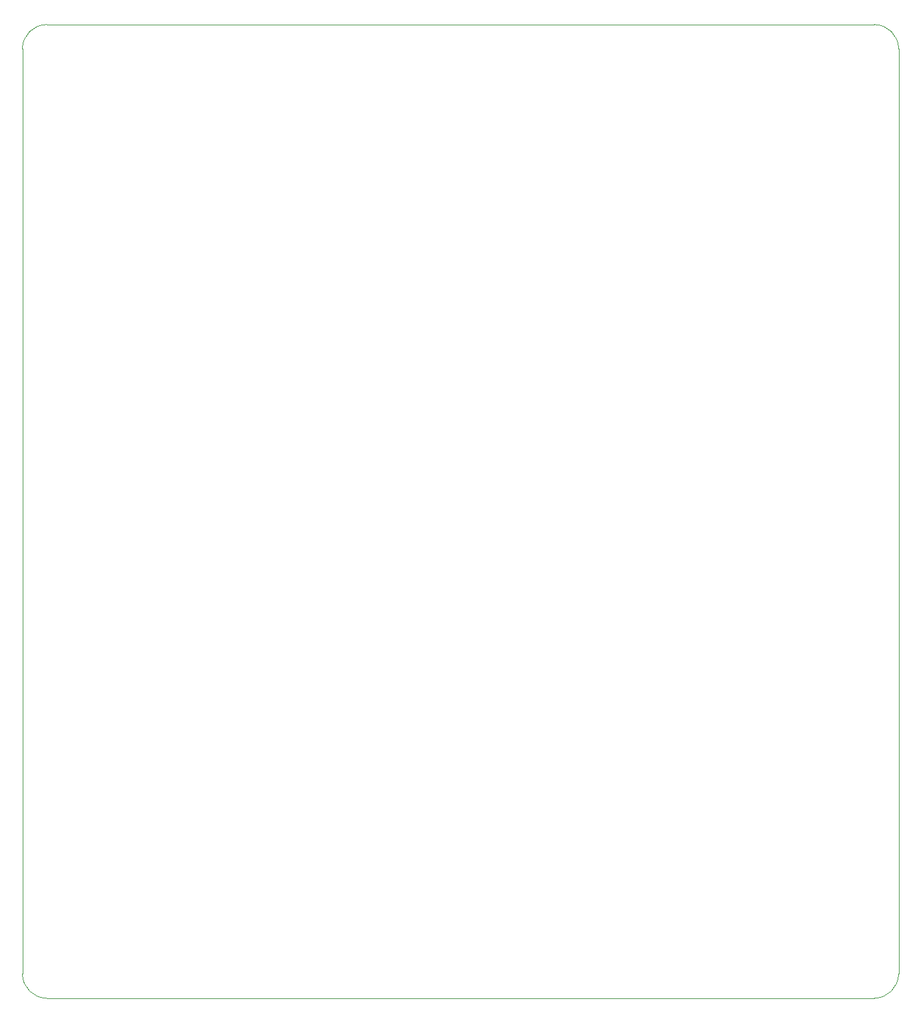
<source format=gbr>
%TF.GenerationSoftware,KiCad,Pcbnew,(5.1.10-1-10_14)*%
%TF.CreationDate,2021-11-08T13:37:15+08:00*%
%TF.ProjectId,Pragmatic,50726167-6d61-4746-9963-2e6b69636164,rev?*%
%TF.SameCoordinates,Original*%
%TF.FileFunction,Profile,NP*%
%FSLAX46Y46*%
G04 Gerber Fmt 4.6, Leading zero omitted, Abs format (unit mm)*
G04 Created by KiCad (PCBNEW (5.1.10-1-10_14)) date 2021-11-08 13:37:15*
%MOMM*%
%LPD*%
G01*
G04 APERTURE LIST*
%TA.AperFunction,Profile*%
%ADD10C,0.120000*%
%TD*%
G04 APERTURE END LIST*
D10*
X47625000Y-38100000D02*
G75*
G02*
X50800000Y-34925000I3175000J0D01*
G01*
X158750000Y-34925000D02*
G75*
G02*
X161925000Y-38100000I0J-3175000D01*
G01*
X161925000Y-158750000D02*
G75*
G02*
X158750000Y-161925000I-3175000J0D01*
G01*
X50800000Y-161925000D02*
G75*
G02*
X47625000Y-158750000I0J3175000D01*
G01*
X47625000Y-38100000D02*
X47625000Y-158750000D01*
X158750000Y-34925000D02*
X50800000Y-34925000D01*
X161925000Y-158750000D02*
X161925000Y-38100000D01*
X50800000Y-161925000D02*
X158750000Y-161925000D01*
M02*

</source>
